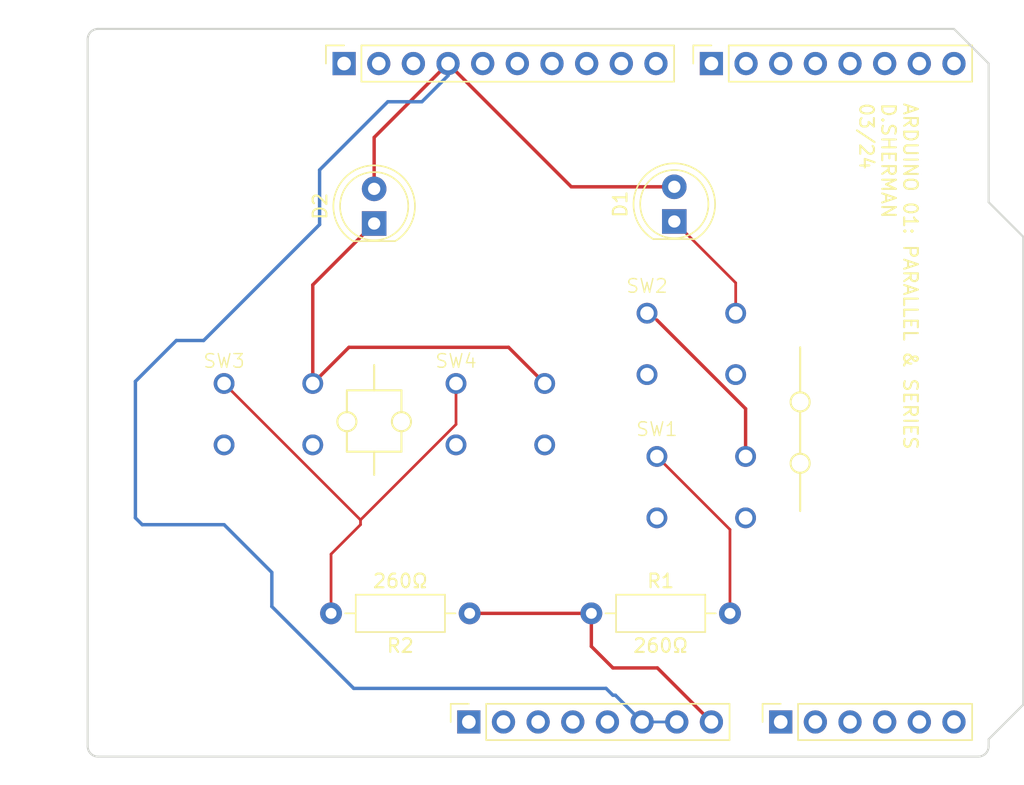
<source format=kicad_pcb>
(kicad_pcb (version 20240108) (generator "pcbnew") (generator_version "8.0")
  (title_block (date "mar. 31 mars 2015"))
  (layers (0 "F.Cu" signal) (31 "B.Cu" signal) (34 "B.Paste" user) (35 "F.Paste" user) (36 "B.SilkS" user "B.Silkscreen") (37 "F.SilkS" user "F.Silkscreen") (38 "B.Mask" user) (39 "F.Mask" user) (44 "Edge.Cuts" user))
  (net 0 "")
  (net 1 "GND")
  (net 3 "+5V")
  (net 4 "/IOREF")
  (net 5 "/A0")
  (net 6 "/A1")
  (net 7 "/A2")
  (net 8 "/A3")
  (net 9 "/SDA{slash}A4")
  (net 10 "/SCL{slash}A5")
  (net 11 "/13")
  (net 12 "/12")
  (net 13 "/AREF")
  (net 14 "/8")
  (net 15 "/7")
  (net 16 "/*11")
  (net 17 "/*10")
  (net 18 "/*9")
  (net 19 "/4")
  (net 20 "/2")
  (net 21 "/*6")
  (net 22 "/*5")
  (net 23 "/TX{slash}1")
  (net 24 "/*3")
  (net 25 "/RX{slash}0")
  (net 26 "+3V3")
  (net 27 "VCC")
  (net 28 "/~{RESET}")
  (net 29 "Net-(D1-K)")
  (net 30 "Net-(D2-K)")
  (net 31 "Net-(R1-Pad2)")
  (net 32 "Net-(R2-Pad2)")
  (net 33 "Net-(SW1-Pad2)")
  (footprint "Connector_PinSocket_2.54mm:PinSocket_1x08_P2.54mm_Vertical" (layer "F.Cu") (at 127.94 97.46 90)
    (property "Reference" "J1" (hide yes))
    (property "Value" "Power")
    (fp_line (start 1.33 -1.33) (end 1.33 0) (stroke (width 0.12)) (layer "F.SilkS"))
    (fp_line (start 0 -1.33) (end 1.33 -1.33) (stroke (width 0.12)) (layer "F.SilkS"))
    (fp_line (start 1.33 1.27) (end 1.33 19.11) (stroke (width 0.12)) (layer "F.SilkS"))
    (fp_line (start -1.33 1.27) (end 1.33 1.27) (stroke (width 0.12)) (layer "F.SilkS"))
    (fp_line (start -1.33 1.27) (end -1.33 19.11) (stroke (width 0.12)) (layer "F.SilkS"))
    (fp_line (start -1.33 19.11) (end 1.33 19.11) (stroke (width 0.12)) (layer "F.SilkS"))
    (pad "1" thru_hole rect (at 0 0 90) (size 1.7 1.7) (drill 1) (layers "*.Cu" "*.Mask"))
    (pad "2" thru_hole oval (at 0 2.54 90) (size 1.7 1.7) (drill 1) (layers "*.Cu" "*.Mask") (net 4 "/IOREF"))
    (pad "3" thru_hole oval (at 0 5.08 90) (size 1.7 1.7) (drill 1) (layers "*.Cu" "*.Mask") (net 28 "/~{RESET}"))
    (pad "4" thru_hole oval (at 0 7.62 90) (size 1.7 1.7) (drill 1) (layers "*.Cu" "*.Mask") (net 26 "+3V3"))
    (pad "5" thru_hole oval (at 0 10.16 90) (size 1.7 1.7) (drill 1) (layers "*.Cu" "*.Mask") (net 3 "+5V"))
    (pad "6" thru_hole oval (at 0 12.7 90) (size 1.7 1.7) (drill 1) (layers "*.Cu" "*.Mask") (net 1 "GND"))
    (pad "7" thru_hole oval (at 0 15.24 90) (size 1.7 1.7) (drill 1) (layers "*.Cu" "*.Mask") (net 1 "GND"))
    (pad "8" thru_hole oval (at 0 17.78 90) (size 1.7 1.7) (drill 1) (layers "*.Cu" "*.Mask") (net 27 "VCC"))
  )
  (footprint "Connector_PinSocket_2.54mm:PinSocket_1x06_P2.54mm_Vertical" (layer "F.Cu") (at 150.8 97.46 90)
    (property "Reference" "J3" (hide yes))
    (property "Value" "Analog")
    (fp_line (start 1.33 -1.33) (end 1.33 0) (stroke (width 0.12)) (layer "F.SilkS"))
    (fp_line (start 0 -1.33) (end 1.33 -1.33) (stroke (width 0.12)) (layer "F.SilkS"))
    (fp_line (start 1.33 1.27) (end 1.33 14.03) (stroke (width 0.12)) (layer "F.SilkS"))
    (fp_line (start -1.33 1.27) (end 1.33 1.27) (stroke (width 0.12)) (layer "F.SilkS"))
    (fp_line (start -1.33 1.27) (end -1.33 14.03) (stroke (width 0.12)) (layer "F.SilkS"))
    (fp_line (start -1.33 14.03) (end 1.33 14.03) (stroke (width 0.12)) (layer "F.SilkS"))
    (pad "1" thru_hole rect (at 0 0 90) (size 1.7 1.7) (drill 1) (layers "*.Cu" "*.Mask") (net 5 "/A0"))
    (pad "2" thru_hole oval (at 0 2.54 90) (size 1.7 1.7) (drill 1) (layers "*.Cu" "*.Mask") (net 6 "/A1"))
    (pad "3" thru_hole oval (at 0 5.08 90) (size 1.7 1.7) (drill 1) (layers "*.Cu" "*.Mask") (net 7 "/A2"))
    (pad "4" thru_hole oval (at 0 7.62 90) (size 1.7 1.7) (drill 1) (layers "*.Cu" "*.Mask") (net 8 "/A3"))
    (pad "5" thru_hole oval (at 0 10.16 90) (size 1.7 1.7) (drill 1) (layers "*.Cu" "*.Mask") (net 9 "/SDA{slash}A4"))
    (pad "6" thru_hole oval (at 0 12.7 90) (size 1.7 1.7) (drill 1) (layers "*.Cu" "*.Mask") (net 10 "/SCL{slash}A5"))
  )
  (footprint "Connector_PinSocket_2.54mm:PinSocket_1x10_P2.54mm_Vertical" (layer "F.Cu") (at 118.796 49.2 90)
    (property "Reference" "J2" (hide yes))
    (property "Value" "Digital/PWM")
    (fp_line (start 1.33 -1.33) (end 1.33 0) (stroke (width 0.12)) (layer "F.SilkS"))
    (fp_line (start 0 -1.33) (end 1.33 -1.33) (stroke (width 0.12)) (layer "F.SilkS"))
    (fp_line (start 1.33 1.27) (end 1.33 24.19) (stroke (width 0.12)) (layer "F.SilkS"))
    (fp_line (start -1.33 1.27) (end 1.33 1.27) (stroke (width 0.12)) (layer "F.SilkS"))
    (fp_line (start -1.33 1.27) (end -1.33 24.19) (stroke (width 0.12)) (layer "F.SilkS"))
    (fp_line (start -1.33 24.19) (end 1.33 24.19) (stroke (width 0.12)) (layer "F.SilkS"))
    (pad "1" thru_hole rect (at 0 0 90) (size 1.7 1.7) (drill 1) (layers "*.Cu" "*.Mask") (net 10 "/SCL{slash}A5"))
    (pad "2" thru_hole oval (at 0 2.54 90) (size 1.7 1.7) (drill 1) (layers "*.Cu" "*.Mask") (net 9 "/SDA{slash}A4"))
    (pad "3" thru_hole oval (at 0 5.08 90) (size 1.7 1.7) (drill 1) (layers "*.Cu" "*.Mask") (net 13 "/AREF"))
    (pad "4" thru_hole oval (at 0 7.62 90) (size 1.7 1.7) (drill 1) (layers "*.Cu" "*.Mask") (net 1 "GND"))
    (pad "5" thru_hole oval (at 0 10.16 90) (size 1.7 1.7) (drill 1) (layers "*.Cu" "*.Mask") (net 11 "/13"))
    (pad "6" thru_hole oval (at 0 12.7 90) (size 1.7 1.7) (drill 1) (layers "*.Cu" "*.Mask") (net 12 "/12"))
    (pad "7" thru_hole oval (at 0 15.24 90) (size 1.7 1.7) (drill 1) (layers "*.Cu" "*.Mask") (net 16 "/*11"))
    (pad "8" thru_hole oval (at 0 17.78 90) (size 1.7 1.7) (drill 1) (layers "*.Cu" "*.Mask") (net 17 "/*10"))
    (pad "9" thru_hole oval (at 0 20.32 90) (size 1.7 1.7) (drill 1) (layers "*.Cu" "*.Mask") (net 18 "/*9"))
    (pad "10" thru_hole oval (at 0 22.86 90) (size 1.7 1.7) (drill 1) (layers "*.Cu" "*.Mask") (net 14 "/8"))
  )
  (footprint "Connector_PinSocket_2.54mm:PinSocket_1x08_P2.54mm_Vertical" (layer "F.Cu") (at 145.72 49.2 90)
    (property "Reference" "J4" (hide yes))
    (property "Value" "Digital/PWM")
    (fp_line (start 1.33 -1.33) (end 1.33 0) (stroke (width 0.12)) (layer "F.SilkS"))
    (fp_line (start 0 -1.33) (end 1.33 -1.33) (stroke (width 0.12)) (layer "F.SilkS"))
    (fp_line (start 1.33 1.27) (end 1.33 19.11) (stroke (width 0.12)) (layer "F.SilkS"))
    (fp_line (start -1.33 1.27) (end 1.33 1.27) (stroke (width 0.12)) (layer "F.SilkS"))
    (fp_line (start -1.33 1.27) (end -1.33 19.11) (stroke (width 0.12)) (layer "F.SilkS"))
    (fp_line (start -1.33 19.11) (end 1.33 19.11) (stroke (width 0.12)) (layer "F.SilkS"))
    (pad "1" thru_hole rect (at 0 0 90) (size 1.7 1.7) (drill 1) (layers "*.Cu" "*.Mask") (net 15 "/7"))
    (pad "2" thru_hole oval (at 0 2.54 90) (size 1.7 1.7) (drill 1) (layers "*.Cu" "*.Mask") (net 21 "/*6"))
    (pad "3" thru_hole oval (at 0 5.08 90) (size 1.7 1.7) (drill 1) (layers "*.Cu" "*.Mask") (net 22 "/*5"))
    (pad "4" thru_hole oval (at 0 7.62 90) (size 1.7 1.7) (drill 1) (layers "*.Cu" "*.Mask") (net 19 "/4"))
    (pad "5" thru_hole oval (at 0 10.16 90) (size 1.7 1.7) (drill 1) (layers "*.Cu" "*.Mask") (net 24 "/*3"))
    (pad "6" thru_hole oval (at 0 12.7 90) (size 1.7 1.7) (drill 1) (layers "*.Cu" "*.Mask") (net 20 "/2"))
    (pad "7" thru_hole oval (at 0 15.24 90) (size 1.7 1.7) (drill 1) (layers "*.Cu" "*.Mask") (net 23 "/TX{slash}1"))
    (pad "8" thru_hole oval (at 0 17.78 90) (size 1.7 1.7) (drill 1) (layers "*.Cu" "*.Mask") (net 25 "/RX{slash}0"))
  )
  (footprint "Resistor_THT:R_Axial_DIN0207_L6.3mm_D2.5mm_P10.16mm_Horizontal" (layer "F.Cu") (at 136.92 89.5)
    (property "Reference" "R1" (at 5.08 -2.37 0) (layer "F.SilkS"))
    (property "Value" "260Ω" (at 5.08 2.37 0) (layer "F.SilkS"))
    (fp_line (start 1.04 0) (end 1.81 0) (stroke (width 0.12)) (layer "F.SilkS"))
    (fp_line (start 1.81 -1.37) (end 1.81 1.37) (stroke (width 0.12)) (layer "F.SilkS"))
    (fp_line (start 1.81 1.37) (end 8.35 1.37) (stroke (width 0.12)) (layer "F.SilkS"))
    (fp_line (start 8.35 -1.37) (end 1.81 -1.37) (stroke (width 0.12)) (layer "F.SilkS"))
    (fp_line (start 8.35 1.37) (end 8.35 -1.37) (stroke (width 0.12)) (layer "F.SilkS"))
    (fp_line (start 9.12 0) (end 8.35 0) (stroke (width 0.12)) (layer "F.SilkS"))
    (pad "1" thru_hole circle (at 0 0) (size 1.6 1.6) (drill 0.8) (layers "*.Cu" "*.Mask") (net 27 "VCC"))
    (pad "2" thru_hole oval (at 10.16 0) (size 1.6 1.6) (drill 0.8) (layers "*.Cu" "*.Mask") (net 31 "Net-(R1-Pad2)"))
  )
  (footprint "Resistor_THT:R_Axial_DIN0207_L6.3mm_D2.5mm_P10.16mm_Horizontal" (layer "F.Cu") (at 128 89.5 180)
    (property "Reference" "R2" (at 5.08 -2.37 180) (layer "F.SilkS"))
    (property "Value" "260Ω" (at 5.08 2.37 180) (layer "F.SilkS"))
    (fp_line (start 9.12 0) (end 8.35 0) (stroke (width 0.12)) (layer "F.SilkS"))
    (fp_line (start 8.35 1.37) (end 8.35 -1.37) (stroke (width 0.12)) (layer "F.SilkS"))
    (fp_line (start 8.35 -1.37) (end 1.81 -1.37) (stroke (width 0.12)) (layer "F.SilkS"))
    (fp_line (start 1.81 1.37) (end 8.35 1.37) (stroke (width 0.12)) (layer "F.SilkS"))
    (fp_line (start 1.81 -1.37) (end 1.81 1.37) (stroke (width 0.12)) (layer "F.SilkS"))
    (fp_line (start 1.04 0) (end 1.81 0) (stroke (width 0.12)) (layer "F.SilkS"))
    (pad "1" thru_hole circle (at 0 0 180) (size 1.6 1.6) (drill 0.8) (layers "*.Cu" "*.Mask") (net 27 "VCC"))
    (pad "2" thru_hole oval (at 10.16 0 180) (size 1.6 1.6) (drill 0.8) (layers "*.Cu" "*.Mask") (net 32 "Net-(R2-Pad2)"))
  )
  (footprint "myLibrary:TS02 push button" (layer "F.Cu") (at 110 72.65)
    (property "Reference" "SW3" (at 0 -1.65 0) (layer "F.SilkS") (effects (font (thickness 0.1))))
    (property "Value" "SW_Push")
    (pad "1" thru_hole circle (at 0 0) (size 1.524 1.524) (drill 1) (layers "*.Cu" "*.Mask") (net 32 "Net-(R2-Pad2)"))
    (pad "2" thru_hole circle (at 6.5 0) (size 1.524 1.524) (drill 1) (layers "*.Cu" "*.Mask") (net 30 "Net-(D2-K)"))
    (pad "3" thru_hole circle (at 6.5 4.5) (size 1.524 1.524) (drill 1) (layers "*.Cu" "*.Mask"))
    (pad "4" thru_hole circle (at 0 4.5) (size 1.524 1.524) (drill 1) (layers "*.Cu" "*.Mask"))
  )
  (footprint "LED_THT:LED_D5.0mm_IRGrey" (layer "F.Cu") (at 143 60.775 90)
    (property "Reference" "D1" (at 1.27 -3.96 -90) (layer "F.SilkS"))
    (property "Value" "LED")
    (fp_line (start -1.29 -1.545) (end -1.29 1.545) (stroke (width 0.12)) (layer "F.SilkS"))
    (fp_arc (start -1.29 -1.54483) (mid 2.072002 -2.880433) (end 4.26 0.000462) (stroke (width 0.12)) (layer "F.SilkS"))
    (fp_arc (start 4.26 -0.000462) (mid 2.072002 2.880433) (end -1.29 1.54483) (stroke (width 0.12)) (layer "F.SilkS"))
    (fp_circle (center 1.27 0) (end 3.77 0) (stroke (width 0.12)) (fill none) (layer "F.SilkS"))
    (pad "1" thru_hole rect (at 0 0 90) (size 1.8 1.8) (drill 0.9) (layers "*.Cu" "*.Mask") (net 29 "Net-(D1-K)"))
    (pad "2" thru_hole circle (at 2.54 0 90) (size 1.8 1.8) (drill 0.9) (layers "*.Cu" "*.Mask") (net 1 "GND"))
  )
  (footprint "Arduino_MountingHole:MountingHole_3.2mm" (layer "F.Cu") (at 115.24 49.2)
    (property "Reference" "MH1" (hide yes))
    (property "Value" "MountingHole_3.2mm" (hide yes))
    (pad "" np_thru_hole circle (at 0 0) (size 3.2 3.2) (drill 3.2) (layers "*.Cu" "*.Mask"))
  )
  (footprint "myLibrary:TS02 push button" (layer "F.Cu") (at 141 67.5)
    (property "Reference" "SW2" (at 0 -2 0) (layer "F.SilkS") (effects (font (thickness 0.1))))
    (property "Value" "SW_Push")
    (pad "1" thru_hole circle (at 0 0) (size 1.524 1.524) (drill 1) (layers "*.Cu" "*.Mask") (net 33 "Net-(SW1-Pad2)"))
    (pad "2" thru_hole circle (at 6.5 0) (size 1.524 1.524) (drill 1) (layers "*.Cu" "*.Mask") (net 29 "Net-(D1-K)"))
    (pad "3" thru_hole circle (at 6.5 4.5) (size 1.524 1.524) (drill 1) (layers "*.Cu" "*.Mask"))
    (pad "4" thru_hole circle (at 0 4.5) (size 1.524 1.524) (drill 1) (layers "*.Cu" "*.Mask"))
  )
  (footprint "LED_THT:LED_D5.0mm_IRGrey" (layer "F.Cu") (at 121 60.925 90)
    (property "Reference" "D2" (at 1.27 -3.96 -90) (layer "F.SilkS"))
    (property "Value" "LED")
    (fp_line (start -1.29 -1.545) (end -1.29 1.545) (stroke (width 0.12)) (layer "F.SilkS"))
    (fp_arc (start -1.29 -1.54483) (mid 2.072002 -2.880433) (end 4.26 0.000462) (stroke (width 0.12)) (layer "F.SilkS"))
    (fp_arc (start 4.26 -0.000462) (mid 2.072002 2.880433) (end -1.29 1.54483) (stroke (width 0.12)) (layer "F.SilkS"))
    (fp_circle (center 1.27 0) (end 3.77 0) (stroke (width 0.12)) (fill none) (layer "F.SilkS"))
    (pad "1" thru_hole rect (at 0 0 90) (size 1.8 1.8) (drill 0.9) (layers "*.Cu" "*.Mask") (net 30 "Net-(D2-K)"))
    (pad "2" thru_hole circle (at 2.54 0 90) (size 1.8 1.8) (drill 0.9) (layers "*.Cu" "*.Mask") (net 1 "GND"))
  )
  (footprint "myLibrary:TS02 push button" (layer "F.Cu") (at 127 72.65)
    (property "Reference" "SW4" (at 0 -1.65 0) (layer "F.SilkS") (effects (font (thickness 0.1))))
    (property "Value" "SW_Push")
    (pad "1" thru_hole circle (at 0 0) (size 1.524 1.524) (drill 1) (layers "*.Cu" "*.Mask") (net 32 "Net-(R2-Pad2)"))
    (pad "2" thru_hole circle (at 6.5 0) (size 1.524 1.524) (drill 1) (layers "*.Cu" "*.Mask") (net 30 "Net-(D2-K)"))
    (pad "3" thru_hole circle (at 6.5 4.5) (size 1.524 1.524) (drill 1) (layers "*.Cu" "*.Mask"))
    (pad "4" thru_hole circle (at 0 4.5) (size 1.524 1.524) (drill 1) (layers "*.Cu" "*.Mask"))
  )
  (footprint "myLibrary:TS02 push button" (layer "F.Cu") (at 141.725 78)
    (property "Reference" "SW1" (at 0 -2 0) (layer "F.SilkS") (effects (font (thickness 0.1))))
    (property "Value" "SW_Push")
    (pad "1" thru_hole circle (at 0 0) (size 1.524 1.524) (drill 1) (layers "*.Cu" "*.Mask") (net 31 "Net-(R1-Pad2)"))
    (pad "2" thru_hole circle (at 6.5 0) (size 1.524 1.524) (drill 1) (layers "*.Cu" "*.Mask") (net 33 "Net-(SW1-Pad2)"))
    (pad "3" thru_hole circle (at 6.5 4.5) (size 1.524 1.524) (drill 1) (layers "*.Cu" "*.Mask"))
    (pad "4" thru_hole circle (at 0 4.5) (size 1.524 1.524) (drill 1) (layers "*.Cu" "*.Mask"))
  )
  (footprint "Arduino_MountingHole:MountingHole_3.2mm" (layer "F.Cu") (at 113.97 97.46)
    (property "Reference" "MH2" (hide yes))
    (property "Value" "MountingHole_3.2mm" (hide yes))
    (pad "" np_thru_hole circle (at 0 0) (size 3.2 3.2) (drill 3.2) (layers "*.Cu" "*.Mask"))
  )
  (footprint "Arduino_MountingHole:MountingHole_3.2mm" (layer "F.Cu") (at 166.04 64.44)
    (property "Reference" "MH3" (hide yes))
    (property "Value" "MountingHole_3.2mm" (hide yes))
    (pad "" np_thru_hole circle (at 0 0) (size 3.2 3.2) (drill 3.2) (layers "*.Cu" "*.Mask"))
  )
  (footprint "Arduino_MountingHole:MountingHole_3.2mm" (layer "F.Cu") (at 166.04 92.38)
    (property "Reference" "MH4" (hide yes))
    (property "Value" "MountingHole_3.2mm" (hide yes))
    (pad "" np_thru_hole circle (at 0 0) (size 3.2 3.2) (drill 3.2) (layers "*.Cu" "*.Mask"))
  )
  (gr_line (start 123 73.15) (end 119 73.15) (stroke (width 0.15)) (layer "F.SilkS"))
  (gr_circle (center 123 75.45) (end 123.7 75.45) (stroke (width 0.15)) (fill none) (layer "F.SilkS"))
  (gr_line (start 123 73.15) (end 123 74.65) (stroke (width 0.15)) (layer "F.SilkS"))
  (gr_line (start 123 77.65) (end 123 76.15) (stroke (width 0.15)) (layer "F.SilkS"))
  (gr_line (start 119 77.65) (end 123 77.65) (stroke (width 0.15)) (layer "F.SilkS"))
  (gr_line (start 152.225 70) (end 152.225 73.3) (stroke (width 0.15)) (layer "F.SilkS"))
  (gr_line (start 121 77.65) (end 121 79.35) (stroke (width 0.15)) (layer "F.SilkS"))
  (gr_line (start 152.225 74.7) (end 152.225 77.8) (stroke (width 0.15)) (layer "F.SilkS"))
  (gr_circle (center 152.225 78.5) (end 152.925 78.5) (stroke (width 0.15)) (fill none) (layer "F.SilkS"))
  (gr_line (start 152.225 79.2) (end 152.225 82) (stroke (width 0.15)) (layer "F.SilkS"))
  (gr_line (start 121 71.3) (end 121 73.15) (stroke (width 0.15)) (layer "F.SilkS"))
  (gr_line (start 119 73.25) (end 119 74.75) (stroke (width 0.15)) (layer "F.SilkS"))
  (gr_circle (center 152.225 74) (end 152.925 74) (stroke (width 0.15)) (fill none) (layer "F.SilkS"))
  (gr_circle (center 119 75.45) (end 119.7 75.45) (stroke (width 0.15)) (fill none) (layer "F.SilkS"))
  (gr_line (start 119 77.65) (end 119 76.15) (stroke (width 0.15)) (layer "F.SilkS"))
  (gr_line (start 166.04 59.36) (end 168.58 61.9) (stroke (width 0.15)) (layer "Edge.Cuts"))
  (gr_line (start 100 99.238) (end 100 47.422) (stroke (width 0.15)) (layer "Edge.Cuts"))
  (gr_line (start 168.58 61.9) (end 168.58 96.19) (stroke (width 0.15)) (layer "Edge.Cuts"))
  (gr_line (start 165.278 100) (end 100.762 100) (stroke (width 0.15)) (layer "Edge.Cuts"))
  (gr_line (start 100.762 46.66) (end 163.5 46.66) (stroke (width 0.15)) (layer "Edge.Cuts"))
  (gr_arc (start 100.762 100) (mid 100.223185 99.776815) (end 100 99.238) (stroke (width 0.15)) (layer "Edge.Cuts"))
  (gr_line (start 168.58 96.19) (end 166.04 98.73) (stroke (width 0.15)) (layer "Edge.Cuts"))
  (gr_line (start 163.5 46.66) (end 166.04 49.2) (stroke (width 0.15)) (layer "Edge.Cuts"))
  (gr_arc (start 166.04 99.238) (mid 165.816815 99.776815) (end 165.278 100) (stroke (width 0.15)) (layer "Edge.Cuts"))
  (gr_line (start 166.04 49.2) (end 166.04 59.36) (stroke (width 0.15)) (layer "Edge.Cuts"))
  (gr_line (start 166.04 98.73) (end 166.04 99.238) (stroke (width 0.15)) (layer "Edge.Cuts"))
  (gr_arc (start 100 47.422) (mid 100.223185 46.883185) (end 100.762 46.66) (stroke (width 0.15)) (layer "Edge.Cuts"))
  (gr_text "ARDUINO 01: PARALLEL & SERIES\nD.SHERMAN\n03/24" (at 156.5 52 270) (layer "F.SilkS") (effects (font (size 1 1)) (justify left bottom)))
  (segment (start 121 58.385) (end 121 54.616) (width 0.25) (layer "F.Cu") (net 1))
  (segment (start 121 54.616) (end 126.416 49.2) (width 0.25) (layer "F.Cu") (net 1))
  (segment (start 143 58.235) (end 135.451 58.235) (width 0.25) (layer "F.Cu") (net 1))
  (segment (start 135.451 58.235) (end 126.416 49.2) (width 0.25) (layer "F.Cu") (net 1))
  (segment (start 117 57) (end 117 61) (width 0.25) (layer "B.Cu") (net 1))
  (segment (start 113.5 86.5) (end 113.5 89) (width 0.25) (layer "B.Cu") (net 1))
  (segment (start 122 52) (end 117 57) (width 0.25) (layer "B.Cu") (net 1))
  (segment (start 106.5 69.5) (end 103.5 72.5) (width 0.25) (layer "B.Cu") (net 1))
  (segment (start 138.5 95.5) (end 138.68 95.5) (width 0.25) (layer "B.Cu") (net 1))
  (segment (start 108.5 69.5) (end 106.5 69.5) (width 0.25) (layer "B.Cu") (net 1))
  (segment (start 143.18 97.46) (end 140.64 97.46) (width 0.2) (layer "B.Cu") (net 1))
  (segment (start 103.5 82.5) (end 104 83) (width 0.25) (layer "B.Cu") (net 1))
  (segment (start 138.68 95.5) (end 140.64 97.46) (width 0.25) (layer "B.Cu") (net 1))
  (segment (start 138 95) (end 138.5 95.5) (width 0.25) (layer "B.Cu") (net 1))
  (segment (start 103.5 72.5) (end 103.5 82.5) (width 0.25) (layer "B.Cu") (net 1))
  (segment (start 113.5 89) (end 119.5 95) (width 0.25) (layer "B.Cu") (net 1))
  (segment (start 110 83) (end 113.5 86.5) (width 0.25) (layer "B.Cu") (net 1))
  (segment (start 104 83) (end 110 83) (width 0.25) (layer "B.Cu") (net 1))
  (segment (start 124.5 52) (end 122 52) (width 0.25) (layer "B.Cu") (net 1))
  (segment (start 117 61) (end 108.5 69.5) (width 0.25) (layer "B.Cu") (net 1))
  (segment (start 126.416 50.084) (end 124.5 52) (width 0.25) (layer "B.Cu") (net 1))
  (segment (start 126.416 49.2) (end 126.416 50.084) (width 0.25) (layer "B.Cu") (net 1))
  (segment (start 119.5 95) (end 138 95) (width 0.25) (layer "B.Cu") (net 1))
  (segment (start 141.76 93.5) (end 138.5 93.5) (width 0.25) (layer "F.Cu") (net 27))
  (segment (start 138.5 93.5) (end 136.92 91.92) (width 0.25) (layer "F.Cu") (net 27))
  (segment (start 136.92 89.5) (end 128 89.5) (width 0.25) (layer "F.Cu") (net 27))
  (segment (start 136.92 91.92) (end 136.92 89.5) (width 0.25) (layer "F.Cu") (net 27))
  (segment (start 145.72 97.46) (end 141.76 93.5) (width 0.25) (layer "F.Cu") (net 27))
  (segment (start 147.5 65.275) (end 143 60.775) (width 0.2) (layer "F.Cu") (net 29))
  (segment (start 147.5 67.5) (end 147.5 65.275) (width 0.2) (layer "F.Cu") (net 29))
  (segment (start 116.5 72.65) (end 116.5 65.425) (width 0.25) (layer "F.Cu") (net 30))
  (segment (start 116.5 72.65) (end 119.15 70) (width 0.25) (layer "F.Cu") (net 30))
  (segment (start 119.15 70) (end 130.85 70) (width 0.25) (layer "F.Cu") (net 30))
  (segment (start 130.85 70) (end 133.5 72.65) (width 0.25) (layer "F.Cu") (net 30))
  (segment (start 116.5 65.425) (end 121 60.925) (width 0.25) (layer "F.Cu") (net 30))
  (segment (start 147.08 83.355) (end 141.725 78) (width 0.2) (layer "F.Cu") (net 31))
  (segment (start 147.08 89.5) (end 147.08 83.355) (width 0.2) (layer "F.Cu") (net 31))
  (segment (start 117.84 85.16) (end 120 83) (width 0.2) (layer "F.Cu") (net 32))
  (segment (start 120 82.648105) (end 119.998105 82.648105) (width 0.2) (layer "F.Cu") (net 32))
  (segment (start 120 82.648105) (end 127 75.648105) (width 0.2) (layer "F.Cu") (net 32))
  (segment (start 120 83) (end 120 82.648105) (width 0.2) (layer "F.Cu") (net 32))
  (segment (start 119.998105 82.648105) (end 110 72.65) (width 0.2) (layer "F.Cu") (net 32))
  (segment (start 117.84 89.5) (end 117.84 85.16) (width 0.2) (layer "F.Cu") (net 32))
  (segment (start 127 75.648105) (end 127 72.65) (width 0.2) (layer "F.Cu") (net 32))
  (segment (start 148.225 78) (end 148.225 74.5) (width 0.25) (layer "F.Cu") (net 33))
  (segment (start 148.225 74.5) (end 141.725 68) (width 0.25) (layer "F.Cu") (net 33))
)
</source>
